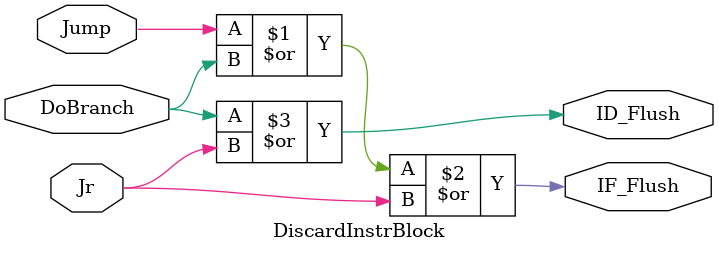
<source format=v>
`timescale 1ns / 1ps


module DiscardInstrBlock(Jump, DoBranch, Jr, ID_Flush, IF_Flush );

    input Jump, DoBranch, Jr;
    
    output ID_Flush, IF_Flush;
    
    assign IF_Flush = Jump | DoBranch | Jr;
    assign ID_Flush = DoBranch | Jr;

endmodule

</source>
